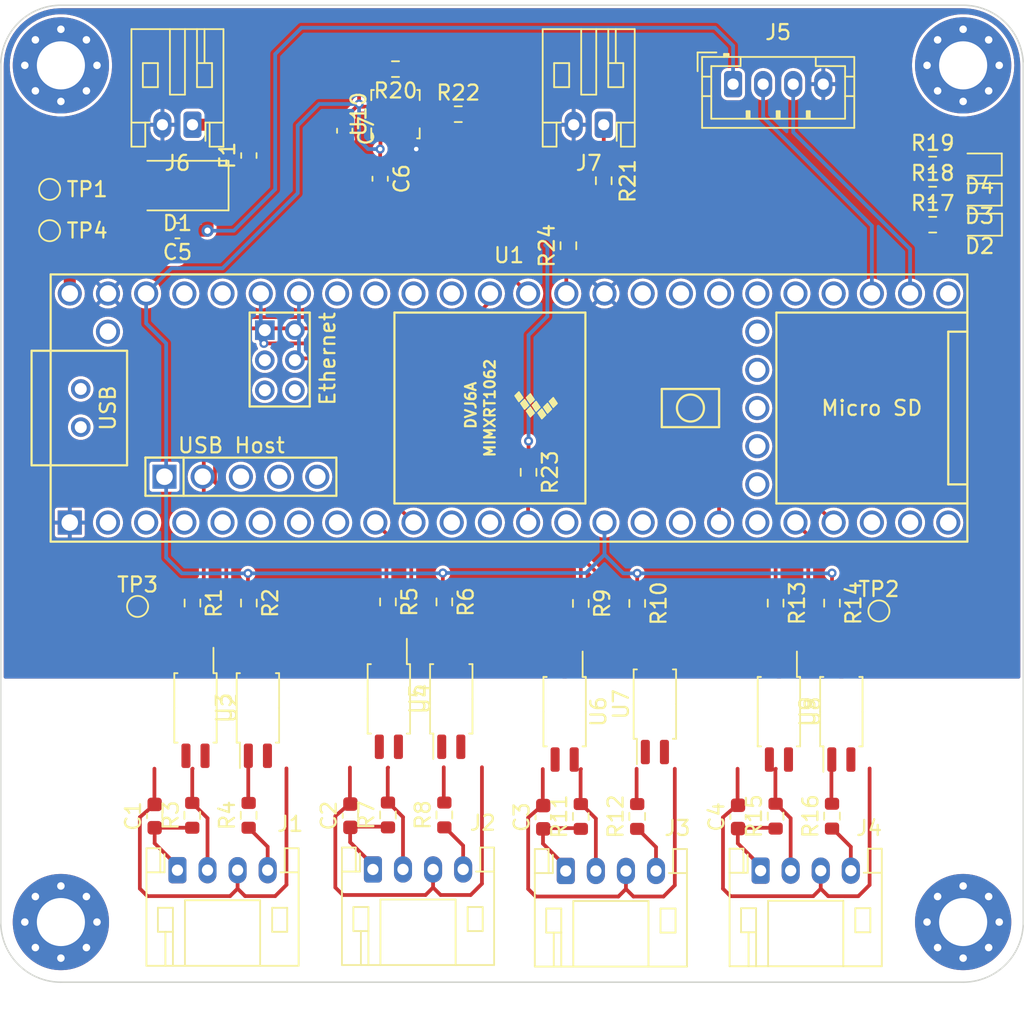
<source format=kicad_pcb>
(kicad_pcb (version 20211014) (generator pcbnew)
  (layers (0 "F.Cu" signal) (31 "B.Cu" signal) (34 "B.Paste" user) (35 "F.Paste" user) (36 "B.SilkS" user "B.Silkscreen") (37 "F.SilkS" user "F.Silkscreen") (38 "B.Mask" user) (39 "F.Mask" user) (44 "Edge.Cuts" user))
  (net 0 "")
  (net 1 "/ISO_UART1/VDD")
  (net 2 "/ISO_UART1/VSS")
  (net 3 "/ISO_UART2/VDD")
  (net 4 "/ISO_UART2/VSS")
  (net 5 "/ISO_UART3/VDD")
  (net 6 "/ISO_UART3/VSS")
  (net 7 "Net-(R1-Pad2)")
  (net 8 "+3V3")
  (net 9 "Net-(R4-Pad2)")
  (net 10 "Net-(R5-Pad2)")
  (net 11 "/ISO_UART1/ISO_TX")
  (net 12 "/ISO_UART1/ISO_RX")
  (net 13 "Net-(R8-Pad2)")
  (net 14 "Net-(R9-Pad2)")
  (net 15 "/ISO_UART2/ISO_TX")
  (net 16 "/ISO_UART2/ISO_RX")
  (net 17 "Net-(R12-Pad2)")
  (net 18 "Net-(R13-Pad2)")
  (net 19 "/ISO_UART3/ISO_TX")
  (net 20 "/ISO_UART3/ISO_RX")
  (net 21 "Net-(R16-Pad2)")
  (net 22 "GND")
  (net 48 "+5V")
  (net 49 "/ISO_UART4/VDD")
  (net 50 "/ISO_UART4/VSS")
  (net 51 "/ISO_UART4/ISO_TX")
  (net 52 "/ISO_UART4/ISO_RX")
  (net 53 "/SPI_SCK")
  (net 54 "/SPI_MOSI")
  (net 55 "/SPI_MISO")
  (net 56 "/EXT_SYNC")
  (net 57 "/UART8_TX")
  (net 58 "/UART8_RX")
  (net 59 "/W_VESC1_UART2_TX")
  (net 60 "/W_VESC1_UART2_RX")
  (net 61 "/W_VESC2_UART3_TX")
  (net 62 "/W_VESC2_UART3_RX")
  (net 63 "/D_VESC1_UART5_TX")
  (net 64 "/D_VESC1_UART5_RX")
  (net 65 "/D_VESC2_UART7_TX")
  (net 66 "/D_VESC2_UART7_RX")
  (net 73 "Net-(D2-Pad2)")
  (net 74 "Net-(D3-Pad2)")
  (net 75 "Net-(D4-Pad2)")
  (net 76 "Net-(F1-Pad2)")
  (net 80 "/SPI_~{CS}")
  (net 81 "Net-(J7-Pad1)")
  (net 82 "Net-(R22-Pad1)")
  (net 83 "Net-(R23-Pad2)")
  (net 84 "Net-(R24-Pad1)")
  (footprint "Capacitor_SMD:C_0603_1608Metric" (layer "F.Cu") (at 125.23 86.545 -90)
    (fp_text reference "C6")
    (fp_text value "100nF")
  )
  (footprint "Resistor_SMD:R_0603_1608Metric" (layer "F.Cu") (at 116.485 128.9 90)
    (fp_text reference "R4")
    (fp_text value "1k")
  )
  (footprint "Connector_JST:JST_PH_S4B-PH-K_1x04_P2.00mm_Horizontal" (layer "F.Cu") (at 150.53 132.58)
    (fp_text reference "J4")
    (fp_text value "Conn_01x04")
  )
  (footprint "Resistor_SMD:R_0603_1608Metric" (layer "F.Cu") (at 161.975 85.6)
    (fp_text reference "R19")
    (fp_text value "1k")
  )
  (footprint "Resistor_SMD:R_0603_1608Metric" (layer "F.Cu") (at 126.25 79.25 180)
    (fp_text reference "R20")
    (fp_text value "10k")
  )
  (footprint "Resistor_SMD:R_0603_1608Metric" (layer "F.Cu") (at 135.1 106.075 -90)
    (fp_text reference "R23")
    (fp_text value "100R")
  )
  (footprint "Resistor_SMD:R_0603_1608Metric" (layer "F.Cu") (at 129.5 128.875 90)
    (fp_text reference "R8")
    (fp_text value "1k")
  )
  (footprint "Resistor_SMD:R_0603_1608Metric" (layer "F.Cu") (at 161.975 87.6)
    (fp_text reference "R18")
    (fp_text value "1k")
  )
  (footprint "Resistor_SMD:R_0603_1608Metric" (layer "F.Cu") (at 129.5 114.7 -90)
    (fp_text reference "R6")
    (fp_text value "1k")
  )
  (footprint "Connector_JST:JST_PH_S4B-PH-K_1x04_P2.00mm_Horizontal" (layer "F.Cu") (at 137.575 132.6)
    (fp_text reference "J3")
    (fp_text value "Conn_01x04")
  )
  (footprint "Package_SO:SOP-4_4.4x2.6mm_P1.27mm" (layer "F.Cu") (at 151.75 122 -90)
    (fp_text reference "U8")
    (fp_text value "TCMT1100")
  )
  (footprint "Package_SO:SOP-4_4.4x2.6mm_P1.27mm" (layer "F.Cu") (at 125.81 121.15 -90)
    (fp_text reference "U4")
    (fp_text value "TCMT1100")
  )
  (footprint "Resistor_SMD:R_0603_1608Metric" (layer "F.Cu") (at 151.53 114.78 -90)
    (fp_text reference "R13")
    (fp_text value "1k")
  )
  (footprint "Connector_JST:JST_PH_S2B-PH-K_1x02_P2.00mm_Horizontal" (layer "F.Cu") (at 112.75 82.95 180)
    (fp_text reference "J6")
    (fp_text value "Conn_01x02")
  )
  (footprint "Fuse:Fuse_0603_1608Metric" (layer "F.Cu") (at 116.5 85 90)
    (fp_text reference "F1")
    (fp_text value "200mA")
  )
  (footprint "Connector_JST:JST_PH_B4B-PH-K_1x04_P2.00mm_Vertical" (layer "F.Cu") (at 148.7 80.25)
    (fp_text reference "J5")
    (fp_text value "Conn_01x04")
  )
  (footprint "Resistor_SMD:R_0603_1608Metric" (layer "F.Cu") (at 155.28 114.78 -90)
    (fp_text reference "R14")
    (fp_text value "1k")
  )
  (footprint "Package_SO:SOP-4_4.4x2.6mm_P1.27mm" (layer "F.Cu") (at 129.96 121.15 90)
    (fp_text reference "U5")
    (fp_text value "TCMT1100")
  )
  (footprint "Resistor_SMD:R_0603_1608Metric" (layer "F.Cu") (at 142.325 128.975 90)
    (fp_text reference "R12")
    (fp_text value "1k")
  )
  (footprint "Connector_JST:JST_PH_S2B-PH-K_1x02_P2.00mm_Horizontal" (layer "F.Cu") (at 140.1 82.95 180)
    (fp_text reference "J7")
    (fp_text value "Conn_01x02")
  )
  (footprint "Capacitor_SMD:C_0603_1608Metric" (layer "F.Cu") (at 123.25 128.925 90)
    (fp_text reference "C2")
    (fp_text value "100nF")
  )
  (footprint "teensy:Teensy41" (layer "F.Cu") (at 133.8 101.8)
    (fp_text reference "U1")
    (fp_text value "Teensy4.1")
  )
  (footprint "MountingHole:MountingHole_3.2mm_M3_Pad_Via" (layer "F.Cu") (at 164 136)
    (fp_text reference "H2" hide)
    (fp_text value "MountingHole" hide)
  )
  (footprint "TestPoint:TestPoint_Pad_D1.0mm" (layer "F.Cu") (at 109.1 115)
    (fp_text reference "TP3")
    (fp_text value "TestPoint")
  )
  (footprint "Resistor_SMD:R_0603_1608Metric" (layer "F.Cu") (at 130.425 82.25)
    (fp_text reference "R22")
    (fp_text value "100R")
  )
  (footprint "Diode_SMD:D_SMA" (layer "F.Cu") (at 111.75 87 180)
    (fp_text reference "D1")
    (fp_text value "SMAJ5.0AQ-13-F")
  )
  (footprint "Resistor_SMD:R_0603_1608Metric" (layer "F.Cu") (at 151.53 128.955 90)
    (fp_text reference "R15")
    (fp_text value "1k")
  )
  (footprint "Resistor_SMD:R_0603_1608Metric" (layer "F.Cu") (at 140.1 86.675 -90)
    (fp_text reference "R21")
    (fp_text value "100R")
  )
  (footprint "Capacitor_SMD:C_0603_1608Metric" (layer "F.Cu") (at 136.075 129.025 90)
    (fp_text reference "C3")
    (fp_text value "100nF")
  )
  (footprint "TestPoint:TestPoint_Pad_D1.0mm" (layer "F.Cu") (at 103.25 90 -90)
    (fp_text reference "TP4")
    (fp_text value "TestPoint")
  )
  (footprint "MountingHole:MountingHole_3.2mm_M3_Pad_Via" (layer "F.Cu") (at 164 79)
    (fp_text reference "H1" hide)
    (fp_text value "MountingHole" hide)
  )
  (footprint "Resistor_SMD:R_0603_1608Metric" (layer "F.Cu") (at 125.75 128.875 90)
    (fp_text reference "R7")
    (fp_text value "1k")
  )
  (footprint "TestPoint:TestPoint_Pad_D1.0mm" (layer "F.Cu") (at 158.4 115.3)
    (fp_text reference "TP2")
    (fp_text value "TestPoint")
  )
  (footprint "Package_SO:SOP-4_4.4x2.6mm_P1.27mm" (layer "F.Cu") (at 112.95 121.75 -90)
    (fp_text reference "U2")
    (fp_text value "TCMT1100")
  )
  (footprint "MountingHole:MountingHole_3.2mm_M3_Pad_Via" (layer "F.Cu") (at 104 136)
    (fp_text reference "H3" hide)
    (fp_text value "MountingHole" hide)
  )
  (footprint "Package_LGA:LGA-16_3x3mm_P0.5mm_LayoutBorder3x5y" (layer "F.Cu") (at 126.25 82.25 90)
    (fp_text reference "U10")
    (fp_text value "ADXL372")
  )
  (footprint "Resistor_SMD:R_0603_1608Metric" (layer "F.Cu") (at 125.75 114.7 -90)
    (fp_text reference "R5")
    (fp_text value "1k")
  )
  (footprint "TestPoint:TestPoint_Pad_D1.0mm" (layer "F.Cu") (at 103.25 87.25 -90)
    (fp_text reference "TP1")
    (fp_text value "TestPoint")
  )
  (footprint "Resistor_SMD:R_0603_1608Metric" (layer "F.Cu") (at 137.75 91 90)
    (fp_text reference "R24")
    (fp_text value "100R")
  )
  (footprint "Capacitor_SMD:C_0603_1608Metric" (layer "F.Cu") (at 149.03 129.005 90)
    (fp_text reference "C4")
    (fp_text value "100nF")
  )
  (footprint "Package_SO:SOP-4_4.4x2.6mm_P1.27mm" (layer "F.Cu") (at 143.5 121.5 90)
    (fp_text reference "U7")
    (fp_text value "TCMT1100")
  )
  (footprint "LED_SMD:LED_0603_1608Metric" (layer "F.Cu") (at 165.1 89.6 180)
    (fp_text reference "D2")
    (fp_text value "LED")
  )
  (footprint "Connector_JST:JST_PH_S4B-PH-K_1x04_P2.00mm_Horizontal" (layer "F.Cu") (at 124.75 132.5)
    (fp_text reference "J2")
    (fp_text value "Conn_01x04")
  )
  (footprint "MountingHole:MountingHole_3.2mm_M3_Pad_Via" (layer "F.Cu") (at 104 79)
    (fp_text reference "H4" hide)
    (fp_text value "MountingHole" hide)
  )
  (footprint "Resistor_SMD:R_0603_1608Metric" (layer "F.Cu") (at 155.28 128.955 90)
    (fp_text reference "R16")
    (fp_text value "1k")
  )
  (footprint "Resistor_SMD:R_0603_1608Metric" (layer "F.Cu") (at 116.5 114.775 -90)
    (fp_text reference "R2")
    (fp_text value "1k")
  )
  (footprint "Resistor_SMD:R_0603_1608Metric" (layer "F.Cu") (at 138.575 128.975 90)
    (fp_text reference "R11")
    (fp_text value "1k")
  )
  (footprint "Resistor_SMD:R_0603_1608Metric" (layer "F.Cu") (at 112.75 114.775 -90)
    (fp_text reference "R1")
    (fp_text value "1k")
  )
  (footprint "Resistor_SMD:R_0603_1608Metric" (layer "F.Cu") (at 142.325 114.8 -90)
    (fp_text reference "R10")
    (fp_text value "1k")
  )
  (footprint "Package_SO:SOP-4_4.4x2.6mm_P1.27mm" (layer "F.Cu") (at 117.1 121.75 90)
    (fp_text reference "U3")
    (fp_text value "TCMT1100")
  )
  (footprint "Capacitor_SMD:C_0603_1608Metric" (layer "F.Cu") (at 111.75 90 180)
    (fp_text reference "C5")
    (fp_text value "1uF")
  )
  (footprint "LED_SMD:LED_0603_1608Metric" (layer "F.Cu") (at 165.0875 87.6 180)
    (fp_text reference "D3")
    (fp_text value "LED")
  )
  (footprint "Package_SO:SOP-4_4.4x2.6mm_P1.27mm" (layer "F.Cu") (at 155.9 122 90)
    (fp_text reference "U9")
    (fp_text value "TCMT1100")
  )
  (footprint "Connector_JST:JST_PH_S4B-PH-K_1x04_P2.00mm_Horizontal" (layer "F.Cu") (at 111.75 132.55)
    (fp_text reference "J1")
    (fp_text value "Conn_01x04")
  )
  (footprint "Capacitor_SMD:C_0603_1608Metric" (layer "F.Cu") (at 122.875 83.35 -90)
    (fp_text reference "C7")
    (fp_text value "100nF")
  )
  (footprint "Resistor_SMD:R_0603_1608Metric" (layer "F.Cu") (at 138.575 114.8 -90)
    (fp_text reference "R9")
    (fp_text value "1k")
  )
  (footprint "Resistor_SMD:R_0603_1608Metric" (layer "F.Cu") (at 161.975 89.6)
    (fp_text reference "R17")
    (fp_text value "1k")
  )
  (footprint "Capacitor_SMD:C_0603_1608Metric" (layer "F.Cu") (at 110.235 128.95 90)
    (fp_text reference "C1")
    (fp_text value "100nF")
  )
  (footprint "Resistor_SMD:R_0603_1608Metric" (layer "F.Cu") (at 112.735 128.9 90)
    (fp_text reference "R3")
    (fp_text value "1k")
  )
  (footprint "Package_SO:SOP-4_4.4x2.6mm_P1.27mm" (layer "F.Cu") (at 137.5 122 -90)
    (fp_text reference "U6")
    (fp_text value "TCMT1100")
  )
  (footprint "LED_SMD:LED_0603_1608Metric" (layer "F.Cu") (at 165.0875 85.6 180)
    (fp_text reference "D4")
    (fp_text value "LED")
  )
  (gr_arc (start 168 136) (mid 166.828427 138.828427) (end 164 140) (layer "Edge.Cuts") (width 0.1))
  (gr_arc (start 100 79) (mid 101.171573 76.171573) (end 104 75) (layer "Edge.Cuts") (width 0.1))
  (gr_line (start 168 136) (end 168 79) (layer "Edge.Cuts") (width 0.1))
  (gr_arc (start 104 140) (mid 101.171573 138.828427) (end 100 136) (layer "Edge.Cuts") (width 0.1))
  (gr_line (start 104 140) (end 164 140) (layer "Edge.Cuts") (width 0.1))
  (gr_line (start 164 75) (end 104 75) (layer "Edge.Cuts") (width 0.1))
  (gr_arc (start 164 75) (mid 166.828427 76.171573) (end 168 79) (layer "Edge.Cuts") (width 0.1))
  (gr_line (start 100 79) (end 100 136) (layer "Edge.Cuts") (width 0.1))
  (segment (start 111.75 132.575) (end 111.75 132.275) (width 0.25) (layer "F.Cu") (net 1))
  (segment (start 110.235 129.725) (end 112.735 129.725) (width 0.25) (layer "F.Cu") (net 1))
  (segment (start 110.235 130.76) (end 110.235 129.725) (width 0.25) (layer "F.Cu") (net 1))
  (segment (start 111.75 132.275) (end 110.235 130.76) (width 0.25) (layer "F.Cu") (net 1))
  (segment (start 110.22 128.16) (end 110.235 128.175) (width 0.25) (layer "F.Cu") (net 2))
  (segment (start 110.22 125.795) (end 110.22 128.16) (width 0.25) (layer "F.Cu") (net 2))
  (segment (start 115.75 133.775) (end 115.25 134.275) (width 0.25) (layer "F.Cu") (net 2))
  (segment (start 109.25 133.775) (end 109.25 129.025) (width 0.25) (layer "F.Cu") (net 2))
  (segment (start 119 125.775) (end 119 133.525) (width 0.25) (layer "F.Cu") (net 2))
  (segment (start 109.75 134.275) (end 109.25 133.775) (width 0.25) (layer "F.Cu") (net 2))
  (segment (start 119 133.525) (end 118.25 134.275) (width 0.25) (layer "F.Cu") (net 2))
  (segment (start 115.25 134.275) (end 109.75 134.275) (width 0.25) (layer "F.Cu") (net 2))
  (segment (start 109.25 129.025) (end 110.235 128.175) (width 0.25) (layer "F.Cu") (net 2))
  (segment (start 118.25 134.275) (end 116.25 134.275) (width 0.25) (layer "F.Cu") (net 2))
  (segment (start 116.25 134.275) (end 115.75 133.775) (width 0.25) (layer "F.Cu") (net 2))
  (segment (start 115.75 133.775) (end 115.75 132.575) (width 0.25) (layer "F.Cu") (net 2))
  (segment (start 124.75 132.5) (end 124.75 132.2) (width 0.25) (layer "F.Cu") (net 3))
  (segment (start 123.235 129.65) (end 125.735 129.65) (width 0.25) (layer "F.Cu") (net 3))
  (segment (start 123.235 130.685) (end 123.235 129.65) (width 0.25) (layer "F.Cu") (net 3))
  (segment (start 124.75 132.2) (end 123.235 130.685) (width 0.25) (layer "F.Cu") (net 3))
  (segment (start 132 125.7) (end 132 133.45) (width 0.25) (layer "F.Cu") (net 4))
  (segment (start 128.25 134.2) (end 122.75 134.2) (width 0.25) (layer "F.Cu") (net 4))
  (segment (start 122.75 134.2) (end 122.25 133.7) (width 0.25) (layer "F.Cu") (net 4))
  (segment (start 128.75 133.7) (end 128.75 132.5) (width 0.25) (layer "F.Cu") (net 4))
  (segment (start 129.25 134.2) (end 128.75 133.7) (width 0.25) (layer "F.Cu") (net 4))
  (segment (start 132 133.45) (end 131.25 134.2) (width 0.25) (layer "F.Cu") (net 4))
  (segment (start 122.25 133.7) (end 122.25 128.95) (width 0.25) (layer "F.Cu") (net 4))
  (segment (start 123.22 128.085) (end 123.235 128.1) (width 0.25) (layer "F.Cu") (net 4))
  (segment (start 122.25 128.95) (end 123.235 128.1) (width 0.25) (layer "F.Cu") (net 4))
  (segment (start 128.75 133.7) (end 128.25 134.2) (width 0.25) (layer "F.Cu") (net 4))
  (segment (start 131.25 134.2) (end 129.25 134.2) (width 0.25) (layer "F.Cu") (net 4))
  (segment (start 123.22 125.72) (end 123.22 128.085) (width 0.25) (layer "F.Cu") (net 4))
  (segment (start 136.06 129.75) (end 138.56 129.75) (width 0.25) (layer "F.Cu") (net 5))
  (segment (start 137.575 132.6) (end 137.575 132.3) (width 0.25) (layer "F.Cu") (net 5))
  (segment (start 136.06 130.785) (end 136.06 129.75) (width 0.25) (layer "F.Cu") (net 5))
  (segment (start 137.575 132.3) (end 136.06 130.785) (width 0.25) (layer "F.Cu") (net 5))
  (segment (start 136.045 128.185) (end 136.06 128.2) (width 0.25) (layer "F.Cu") (net 6))
  (segment (start 141.075 134.3) (end 135.575 134.3) (width 0.25) (layer "F.Cu") (net 6))
  (segment (start 144.825 133.55) (end 144.075 134.3) (width 0.25) (layer "F.Cu") (net 6))
  (segment (start 144.825 125.8) (end 144.825 133.55) (width 0.25) (layer "F.Cu") (net 6))
  (segment (start 141.575 133.8) (end 141.575 132.6) (width 0.25) (layer "F.Cu") (net 6))
  (segment (start 136.045 125.82) (end 136.045 128.185) (width 0.25) (layer "F.Cu") (net 6))
  (segment (start 142.075 134.3) (end 141.575 133.8) (width 0.25) (layer "F.Cu") (net 6))
  (segment (start 135.075 133.8) (end 135.075 129.05) (width 0.25) (layer "F.Cu") (net 6))
  (segment (start 135.075 129.05) (end 136.06 128.2) (width 0.25) (layer "F.Cu") (net 6))
  (segment (start 144.075 134.3) (end 142.075 134.3) (width 0.25) (layer "F.Cu") (net 6))
  (segment (start 141.575 133.8) (end 141.075 134.3) (width 0.25) (layer "F.Cu") (net 6))
  (segment (start 135.575 134.3) (end 135.075 133.8) (width 0.25) (layer "F.Cu") (net 6))
  (segment (start 112.76 115.61) (end 112.76 118.175) (width 0.25) (layer "F.Cu") (net 7))
  (segment (start 112.75 115.6) (end 112.76 115.61) (width 0.25) (layer "F.Cu") (net 7))
  (segment (start 125.025 81.75) (end 124.01 81.75) (width 0.25) (layer "F.Cu") (net 8))
  (segment (start 125.25 84.55) (end 125.23 84.57) (width 0.25) (layer "F.Cu") (net 8))
  (segment (start 142.325 113.975) (end 142.325 112.8) (width 0.25) (layer "F.Cu") (net 8))
  (segment (start 155.28 113.955) (end 155.28 112.78) (width 0.25) (layer "F.Cu") (net 8))
  (segment (start 122.875 82.525) (end 123.83 81.57) (width 0.25) (layer "F.Cu") (net 8))
  (segment (start 125.425 79.25) (end 124.5 79.25) (width 0.25) (layer "F.Cu") (net 8))
  (segment (start 129.4 113.95) (end 129.4 112.775) (width 0.25) (layer "F.Cu") (net 8))
  (segment (start 123.83 79.92) (end 123.83 81.57) (width 0.25) (layer "F.Cu") (net 8))
  (segment (start 124.5 79.25) (end 123.83 79.92) (width 0.25) (layer "F.Cu") (net 8))
  (segment (start 124.01 81.75) (end 123.83 81.57) (width 0.25) (layer "F.Cu") (net 8))
  (segment (start 116.44 113.975) (end 116.44 112.8) (width 0.25) (layer "F.Cu") (net 8))
  (segment (start 122.875 82.575) (end 122.875 82.525) (width 0.25) (layer "F.Cu") (net 8))
  (segment (start 125.23 85.77) (end 125.23 84.57) (width 0.25) (layer "F.Cu") (net 8))
  (segment (start 125.25 83.475) (end 125.25 84.55) (width 0.25) (layer "F.Cu") (net 8))
  (via (at 123.83 81.57) (size 0.6) (drill 0.3) (layers "F.Cu" "B.Cu") (net 8))
  (via (at 125.23 84.57) (size 0.6) (drill 0.3) (layers "F.Cu" "B.Cu") (net 8))
  (via (at 155.28 112.78) (size 0.6) (drill 0.3) (layers "F.Cu" "B.Cu") (net 8))
  (via (at 129.4 112.775) (size 0.6) (drill 0.3) (layers "F.Cu" "B.Cu") (net 8))
  (via (at 116.44 112.8) (size 0.6) (drill 0.3) (layers "F.Cu" "B.Cu") (net 8))
  (via (at 142.325 112.8) (size 0.6) (drill 0.3) (layers "F.Cu" "B.Cu") (net 8))
  (segment (start 155.26 112.8) (end 155.28 112.78) (width 0.25) (layer "B.Cu") (net 8))
  (segment (start 141.4 112.8) (end 140.15 111.55) (width 0.25) (layer "B.Cu") (net 8))
  (segment (start 116.44 112.8) (end 112.05 112.8) (width 0.25) (layer "B.Cu") (net 8))
  (segment (start 119.75 87.5) (end 114.75 92.5) (width 0.25) (layer "B.Cu") (net 8))
  (segment (start 125.23 84.57) (end 124.43 84.57) (width 0.25) (layer "B.Cu") (net 8))
  (segment (start 138.925 112.775) (end 140.15 111.55) (width 0.25) (layer "B.Cu") (net 8))
  (segment (start 140.15 111.55) (end 140.15 109.42) (width 0.25) (layer "B.Cu") (net 8))
  (segment (start 142.325 112.8) (end 155.26 112.8) (width 0.25) (layer "B.Cu") (net 8))
  (segment (start 123.83 83.97) (end 124.43 84.57) (width 0.25) (layer "B.Cu") (net 8))
  (segment (start 111 97.5) (end 109.67 96.17) (width 0.25) (layer "B.Cu") (net 8))
  (segment (start 114.75 92.5) (end 111.35 92.5) (width 0.25) (layer "B.Cu") (net 8))
  (segment (start 111.35 92.5) (end 109.67 94.18) (width 0.25) (layer "B.Cu") (net 8))
  (segment (start 112.05 112.8) (end 111 111.75) (width 0.25) (layer "B.Cu") (net 8))
  (segment (start 129.4 112.775) (end 138.925 112.775) (width 0.25) (layer "B.Cu") (net 8))
  (segment (start 109.67 96.17) (end 109.67 94.18) (width 0.25) (layer "B.Cu") (net 8))
  (segment (start 142.325 112.8) (end 141.4 112.8) (width 0.25) (layer "B.Cu") (net 8))
  (segment (start 119.75 83) (end 119.75 87.5) (width 0.25) (layer "B.Cu") (net 8))
  (segment (start 121.18 81.57) (end 119.75 83) (width 0.25) (layer "B.Cu") (net 8))
  (segment (start 123.83 81.57) (end 123.83 83.97) (width 0.25) (layer "B.Cu") (net 8))
  (segment (start 123.83 81.57) (end 121.18 81.57) (width 0.25) (layer "B.Cu") (net 8))
  (segment (start 111 111.75) (end 111 97.5) (width 0.25) (layer "B.Cu") (net 8))
  (segment (start 116.44 112.8) (end 129.375 112.8) (width 0.25) (layer "B.Cu") (net 8))
  (segment (start 129.375 112.8) (end 129.4 112.775) (width 0.25) (layer "B.Cu") (net 8))
  (segment (start 116.46 125.775) (end 116.46 128.05) (width 0.25) (layer "F.Cu") (net 9))
  (segment (start 116.46 128.05) (end 116.485 128.075) (width 0.25) (layer "F.Cu") (net 9))
  (segment (start 125.775 115.55) (end 125.75 115.525) (width 0.25) (layer "F.Cu") (net 10))
  (segment (start 125.775 118.15) (end 125.775 115.55) (width 0.25) (layer "F.Cu") (net 10))
  (segment (start 113.75 129.09) (end 112.735 128.075) (width 0.25) (layer "F.Cu") (net 11))
  (segment (start 112.735 128.075) (end 112.735 125.82) (width 0.25) (layer "F.Cu") (net 11))
  (segment (start 112.735 125.82) (end 112.76 125.795) (width 0.25) (layer "F.Cu") (net 11))
  (segment (start 113.75 132.575) (end 113.75 129.09) (width 0.25) (layer "F.Cu") (net 11))
  (segment (start 117.75 132.575) (end 117.75 130.99) (width 0.25) (layer "F.Cu") (net 12))
  (segment (start 117.75 130.99) (end 116.485 129.725) (width 0.25) (layer "F.Cu") (net 12))
  (segment (start 129.46 125.7) (end 129.46 127.975) (width 0.25) (layer "F.Cu") (net 13))
  (segment (start 129.46 127.975) (end 129.485 128) (width 0.25) (layer "F.Cu") (net 13))
  (segment (start 138.6 115.65) (end 138.575 115.625) (width 0.25) (layer "F.Cu") (net 14))
  (segment (start 138.6 118.25) (end 138.6 115.65) (width 0.25) (layer "F.Cu") (net 14))
  (segment (start 126.75 132.5) (end 126.75 129.015) (width 0.25) (layer "F.Cu") (net 15))
  (segment (start 126.75 129.015) (end 125.735 128) (width 0.25) (layer "F.Cu") (net 15))
  (segment (start 125.735 128) (end 125.735 125.745) (width 0.25) (layer "F.Cu") (net 15))
  (segment (start 125.735 125.745) (end 125.76 125.72) (width 0.25) (layer "F.Cu") (net 15))
  (segment (start 130.75 132.5) (end 130.75 130.915) (width 0.25) (layer "F.Cu") (net 16))
  (segment (start 130.75 130.915) (end 129.485 129.65) (width 0.25) (layer "F.Cu") (net 16))
  (segment (start 142.285 125.8) (end 142.285 128.075) (width 0.25) (layer "F.Cu") (net 17))
  (segment (start 142.285 128.075) (end 142.31 128.1) (width 0.25) (layer "F.Cu") (net 17))
  (segment (start 151.53 118.23) (end 151.53 115.605) (width 0.25) (layer "F.Cu") (net 18))
  (segment (start 139.575 129.115) (end 138.56 128.1) (width 0.25) (layer "F.Cu") (net 19))
  (segment (start 138.56 128.1) (end 138.56 125.845) (width 0.25) (layer "F.Cu") (net 19))
  (segment (start 138.56 125.845) (end 138.585 125.82) (width 0.25) (layer "F.Cu") (net 19))
  (segment (start 139.575 132.6) (end 139.575 129.115) (width 0.25) (layer "F.Cu") (net 19))
  (segment (start 143.575 131.015) (end 142.31 129.75) (width 0.25) (layer "F.Cu") (net 20))
  (segment (start 143.575 132.6) (end 143.575 131.015) (width 0.25) (layer "F.Cu") (net 20))
  (segment (start 155.24 125.78) (end 155.24 128.055) (width 0.25) (layer "F.Cu") (net 21))
  (segment (start 155.24 128.055) (end 155.265 128.08) (width 0.25) (layer "F.Cu") (net 21))
  (via (at 127.63 84.57) (size 0.6) (drill 0.3) (layers "F.Cu" "B.Cu") (net 22))
  (segment (start 103.25 90) (end 103.25 91.57) (width 0.25) (layer "F.Cu") (net 48))
  (segment (start 105.75 91.75) (end 104.59 92.91) (width 0.8) (layer "F.Cu") (net 48))
  (segment (start 113.75 87) (end 116 87) (width 0.8) (layer "F.Cu") (net 48))
  (segment (start 116.5 86.5) (end 116.5 85.7875) (width 0.8) (layer "F.Cu") (net 48))
  (segment (start 111.75 91.75) (end 105.75 91.75) (width 0.8) (layer "F.Cu") (net 48))
  (segment (start 113.75 88.775) (end 113.75 90) (width 0.8) (layer "F.Cu") (net 48))
  (segment (start 116 87) (end 116.5 86.5) (width 0.8) (layer "F.Cu") (net 48))
  (segment (start 112.525 90) (end 112.525 90.975) (width 0.8) (layer "F.Cu") (net 48))
  (segment (start 103.25 91.57) (end 104.59 92.91) (width 0.25) (layer "F.Cu") (net 48))
  (segment (start 104.59 92.91) (end 104.59 94.18) (width 0.8) (layer "F.Cu") (net 48))
  (segment (start 112.525 90) (end 113.75 90) (width 0.8) (layer "F.Cu") (net 48))
  (segment (start 112.525 90.975) (end 111.75 91.75) (width 0.8) (layer "F.Cu") (net 48))
  (segment (start 113.75 87) (end 113.75 88.775) (width 0.8) (layer "F.Cu") (net 48))
  (via (at 113.75 90) (size 0.8) (drill 0.4) (layers "F.Cu" "B.Cu") (net 48))
  (via (at 113.75 90) (size 0.8) (drill 0.4) (layers "F.Cu" "B.Cu") (net 48))
  (segment (start 147.5 76.5) (end 120 76.5) (width 0.25) (layer "B.Cu") (net 48))
  (segment (start 118.25 87.25) (end 115.5 90) (width 0.25) (layer "B.Cu") (net 48))
  (segment (start 120 76.5) (end 118.25 78.25) (width 0.25) (layer "B.Cu") (net 48))
  (segment (start 115.5 90) (end 113.75 90) (width 0.25) (layer "B.Cu") (net 48))
  (segment (start 148.7 80.25) (end 148.7 77.7) (width 0.25) (layer "B.Cu") (net 48))
  (segment (start 148.7 77.7) (end 147.5 76.5) (width 0.25) (layer "B.Cu") (net 48))
  (segment (start 118.25 78.25) (end 118.25 87.25) (width 0.25) (layer "B.Cu") (net 48))
  (segment (start 150.53 132.28) (end 149.015 130.765) (width 0.25) (layer "F.Cu") (net 49))
  (segment (start 150.53 132.58) (end 150.53 132.28) (width 0.25) (layer "F.Cu") (net 49))
  (segment (start 149.015 130.765) (end 149.015 129.73) (width 0.25) (layer "F.Cu") (net 49))
  (segment (start 149.015 129.73) (end 151.515 129.73) (width 0.25) (layer "F.Cu") (net 49))
  (segment (start 154.03 134.28) (end 148.53 134.28) (width 0.25) (layer "F.Cu") (net 50))
  (segment (start 154.53 133.78) (end 154.03 134.28) (width 0.25) (layer "F.Cu") (net 50))
  (segment (start 157.03 134.28) (end 155.03 134.28) (width 0.25) (layer "F.Cu") (net 50))
  (segment (start 157.78 125.78) (end 157.78 133.53) (width 0.25) (layer "F.Cu") (net 50))
  (segment (start 154.53 133.78) (end 154.53 132.58) (width 0.25) (layer "F.Cu") (net 50))
  (segment (start 155.03 134.28) (end 154.53 133.78) (width 0.25) (layer "F.Cu") (net 50))
  (segment (start 149 128.165) (end 149.015 128.18) (width 0.25) (layer "F.Cu") (net 50))
  (segment (start 148.03 133.78) (end 148.03 129.03) (width 0.25) (layer "F.Cu") (net 50))
  (segment (start 157.78 133.53) (end 157.03 134.28) (width 0.25) (layer "F.Cu") (net 50))
  (segment (start 148.03 129.03) (end 149.015 128.18) (width 0.25) (layer "F.Cu") (net 50))
  (segment (start 149 125.8) (end 149 128.165) (width 0.25) (layer "F.Cu") (net 50))
  (segment (start 148.53 134.28) (end 148.03 133.78) (width 0.25) (layer "F.Cu") (net 50))
  (segment (start 151.515 128.08) (end 151.515 125.825) (width 0.25) (layer "F.Cu") (net 51))
  (segment (start 152.53 129.095) (end 151.515 128.08) (width 0.25) (layer "F.Cu") (net 51))
  (segment (start 152.53 132.58) (end 152.53 129.095) (width 0.25) (layer "F.Cu") (net 51))
  (segment (start 151.515 125.825) (end 151.54 125.8) (width 0.25) (layer "F.Cu") (net 51))
  (segment (start 156.53 130.995) (end 155.265 129.73) (width 0.25) (layer "F.Cu") (net 52))
  (segment (start 156.53 132.58) (end 156.53 130.995) (width 0.25) (layer "F.Cu") (net 52))
  (segment (start 126.75 85.09) (end 127.43 85.77) (width 0.25) (layer "F.Cu") (net 53))
  (segment (start 127.43 85.77) (end 129.43 85.77) (width 0.25) (layer "F.Cu") (net 53))
  (segment (start 126.75 83.475) (end 126.75 85.09) (width 0.25) (layer "F.Cu") (net 53))
  (segment (start 127.475 82.75) (end 128.75 82.75) (width 0.25) (layer "F.Cu") (net 54))
  (segment (start 129.25 83.25) (end 131.75 83.25) (width 0.25) (layer "F.Cu") (net 54))
  (segment (start 128.75 82.75) (end 129.25 83.25) (width 0.25) (layer "F.Cu") (net 54))
  (segment (start 135.1 105.25) (end 135.1 104) (width 0.25) (layer "F.Cu") (net 54))
  (via (at 135.1 104) (size 0.6) (drill 0.3) (layers "F.Cu" "B.Cu") (net 54))
  (segment (start 136.35 91.1) (end 136.2 90.95) (width 0.25) (layer "B.Cu") (net 54))
  (segment (start 136.35 95.7) (end 136.35 91.1) (width 0.25) (layer "B.Cu") (net 54))
  (segment (start 135.1 96.95) (end 136.35 95.7) (width 0.25) (layer "B.Cu") (net 54))
  (segment (start 135.1 104) (end 135.1 96.95) (width 0.25) (layer "B.Cu") (net 54))
  (segment (start 137.61 109.42) (end 137.61 109.49) (width 0.25) (layer "F.Cu") (net 55))
  (segment (start 131.25 82.25) (end 132 82.25) (width 0.25) (layer "F.Cu") (net 55))
  (segment (start 147.77 97.17) (end 147.77 109.42) (width 0.25) (layer "F.Cu") (net 56))
  (segment (start 146.5 95.9) (end 147.77 97.17) (width 0.25) (layer "F.Cu") (net 56))
  (segment (start 140.1 87.5) (end 141.9 87.5) (width 0.25) (layer "F.Cu") (net 56))
  (segment (start 146.5 92.1) (end 146.5 95.9) (width 0.25) (layer "F.Cu") (net 56))
  (segment (start 141.9 87.5) (end 146.5 92.1) (width 0.25) (layer "F.Cu") (net 56))
  (segment (start 150.7 80.25) (end 150.7 82.45) (width 0.25) (layer "B.Cu") (net 57))
  (segment (start 157.93 89.68) (end 157.93 94.18) (width 0.25) (layer "B.Cu") (net 57))
  (segment (start 150.7 82.45) (end 157.93 89.68) (width 0.25) (layer "B.Cu") (net 57))
  (segment (start 152.7 83.45) (end 152.7 80.25) (width 0.25) (layer "B.Cu") (net 58))
  (segment (start 160.47 91.22) (end 152.7 83.45) (width 0.25) (layer "B.Cu") (net 58))
  (segment (start 160.47 94.18) (end 160.47 91.22) (width 0.25) (layer "B.Cu") (net 58))
  (segment (start 124.3 107.8) (end 125.83 107.8) (width 0.25) (layer "F.Cu") (net 59))
  (segment (start 125.65 112.35) (end 123.6 110.3) (width 0.25) (layer "F.Cu") (net 59))
  (segment (start 125.65 113.95) (end 125.65 112.35) (width 0.25) (layer "F.Cu") (net 59))
  (segment (start 123.6 110.3) (end 123.6 108.5) (width 0.25) (layer "F.Cu") (net 59))
  (segment (start 123.6 108.5) (end 124.3 107.8) (width 0.25) (layer "F.Cu") (net 59))
  (segment (start 125.83 107.8) (end 127.45 109.42) (width 0.25) (layer "F.Cu") (net 59))
  (segment (start 129.5 118.08) (end 129.5 115.525) (width 0.25) (layer "F.Cu") (net 60))
  (segment (start 127.3 113.5) (end 127.3 111.81) (width 0.25) (layer "F.Cu") (net 60))
  (segment (start 127.3 111.81) (end 124.91 109.42) (width 0.25) (layer "F.Cu") (net 60))
  (segment (start 129.4 115.6) (end 127.3 113.5) (width 0.25) (layer "F.Cu") (net 60))
  (segment (start 132 92.75) (end 131.25 93.5) (width 0.25) (layer "F.Cu") (net 62))
  (segment (start 130.5 95.75) (end 114.5 95.75) (width 0.25) (layer "F.Cu") (net 62))
  (segment (start 129.25 100.75) (end 126 97.5) (width 0.25) (layer "F.Cu") (net 62))
  (segment (start 115 114.185) (end 115 111.25) (width 0.25) (layer "F.Cu") (net 62))
  (segment (start 116 110.25) (end 116 108.5) (width 0.25) (layer "F.Cu") (net 62))
  (segment (start 114.25 106.75) (end 114.25 97.25) (width 0.25) (layer "F.Cu") (net 62))
  (segment (start 142.325 115.439282) (end 138.135718 111.25) (width 0.25) (layer "F.Cu") (net 62))
  (segment (start 142.325 115.625) (end 142.325 115.439282) (width 0.25) (layer "F.Cu") (net 62))
  (segment (start 133.64 92.75) (end 132 92.75) (width 0.25) (layer "F.Cu") (net 62))
  (segment (start 130.75 96.5) (end 132.53 94.72) (width 0.25) (layer "F.Cu") (net 62))
  (segment (start 131.25 110.5) (end 131.25 108.75) (width 0.25) (layer "F.Cu") (net 62))
  (segment (start 131.25 108.75) (end 129.25 106.75) (width 0.25) (layer "F.Cu") (net 62))
  (segment (start 116.46 115.64) (end 116.5 115.6) (width 0.25) (layer "F.Cu") (net 62))
  (segment (start 114.5 95.75) (end 113.5 96.75) (width 0.25) (layer "F.Cu") (net 62))
  (segment (start 114.25 97.25) (end 115 96.5) (width 0.25) (layer "F.Cu") (net 62))
  (segment (start 132.53 94.72) (end 132.53 94.18) (width 0.25) (layer "F.Cu") (net 62))
  (segment (start 129.25 106.75) (end 129.25 100.75) (width 0.25) (layer "F.Cu") (net 62))
  (segment (start 135.07 94.18) (end 133.64 92.75) (width 0.25) (layer "F.Cu") (net 62))
  (segment (start 126 97.5) (end 117.5 97.5) (width 0.25) (layer "F.Cu") (net 62))
  (segment (start 132 111.25) (end 131.25 110.5) (width 0.25) (layer "F.Cu") (net 62))
  (segment (start 131.25 95) (end 130.5 95.75) (width 0.25) (layer "F.Cu") (net 62))
  (segment (start 113.5 96.75) (end 113.5 113.165) (width 0.25) (layer "F.Cu") (net 62))
  (segment (start 116 108.5) (end 114.25 106.75) (width 0.25) (layer "F.Cu") (net 62))
  (segment (start 113.5 113.165) (end 112.69 113.975) (width 0.25) (layer "F.Cu") (net 62))
  (segment (start 142.325 118.18) (end 142.325 115.625) (width 0.25) (layer "F.Cu") (net 62))
  (segment (start 115 111.25) (end 116 110.25) (width 0.25) (layer "F.Cu") (net 62))
  (segment (start 115 96.5) (end 130.75 96.5) (width 0.25) (layer "F.Cu") (net 62))
  (segment (start 131.25 93.5) (end 131.25 95) (width 0.25) (layer "F.Cu") (net 62))
  (segment (start 138.135718 111.25) (end 132 111.25) (width 0.25) (layer "F.Cu") (net 62))
  (segment (start 116.44 115.625) (end 115 114.185) (width 0.25) (layer "F.Cu") (net 62))
  (segment (start 116.46 118.155) (end 116.46 115.64) (width 0.25) (layer "F.Cu") (net 62))
  (via (at 117.5 97.5) (size 0.6) (drill 0.3) (layers "F.Cu" "B.Cu") (net 62))
  (segment (start 117.29 97.29) (end 117.5 97.5) (width 0.25) (layer "B.Cu") (net 62))
  (segment (start 117.29 94.18) (end 117.29 97.29) (width 0.25) (layer "B.Cu") (net 62))
  (segment (start 130.5 111.75) (end 138 111.75) (width 0.25) (layer "F.Cu") (net 63))
  (segment (start 138.575 112.325) (end 138.575 113.975) (width 0.25) (layer "F.Cu") (net 63))
  (segment (start 128.75 110) (end 130.5 111.75) (width 0.25) (layer "F.Cu") (net 63))
  (segment (start 119.75 98.5) (end 126 98.5) (width 0.25) (layer "F.Cu") (net 63))
  (segment (start 128.75 101.25) (end 128.75 110) (width 0.25) (layer "F.Cu") (net 63))
  (segment (start 126 98.5) (end 128.75 101.25) (width 0.25) (layer "F.Cu") (net 63))
  (segment (start 138 111.75) (end 138.575 112.325) (width 0.25) (layer "F.Cu") (net 63))
  (via (at 119.75 98.5) (size 0.6) (drill 0.3) (layers "F.Cu" "B.Cu") (net 63))
  (segment (start 119.83 98.42) (end 119.75 98.5) (width 0.25) (layer "B.Cu") (net 63))
  (segment (start 119.83 94.18) (end 119.83 98.42) (width 0.25) (layer "B.Cu") (net 63))
  (segment (start 151.53 108.67) (end 151.53 113.955) (width 0.25) (layer "F.Cu") (net 65))
  (segment (start 154.07 108.1) (end 152.1 108.1) (width 0.25) (layer "F.Cu") (net 65))
  (segment (start 155.39 109.42) (end 154.07 108.1) (width 0.25) (layer "F.Cu") (net 65))
  (segment (start 152.1 108.1) (end 151.53 108.67) (width 0.25) (layer "F.Cu") (net 65))
  (segment (start 153.7 110.27) (end 152.85 109.42) (width 0.25) (layer "F.Cu") (net 66))
  (segment (start 153.7 114.025) (end 153.7 110.27) (width 0.25) (layer "F.Cu") (net 66))
  (segment (start 155.24 118.16) (end 155.24 115.645) (width 0.25) (layer "F.Cu") (net 66))
  (segment (start 155.24 115.645) (end 155.28 115.605) (width 0.25) (layer "F.Cu") (net 66))
  (segment (start 155.28 115.605) (end 153.7 114.025) (width 0.25) (layer "F.Cu") (net 66))
  (segment (start 164.3125 89.6) (end 162.8 89.6) (width 0.25) (layer "F.Cu") (net 73))
  (segment (start 162.8 87.6) (end 164.3 87.6) (width 0.25) (layer "F.Cu") (net 74))
  (segment (start 162.8 85.6) (end 164.3 85.6) (width 0.25) (layer "F.Cu") (net 75))
  (segment (start 112.75 82.95) (end 115.95 82.95) (width 0.8) (layer "F.Cu") (net 76))
  (segment (start 116.5 83.5) (end 116.5 84.2125) (width 0.8) (layer "F.Cu") (net 76))
  (segment (start 115.95 82.95) (end 116.5 83.5) (width 0.8) (layer "F.Cu") (net 76))
  (segment (start 128.25 79.25) (end 128.5 79.5) (width 0.25) (layer "F.Cu") (net 80))
  (segment (start 127.075 79.25) (end 128.25 79.25) (width 0.25) (layer "F.Cu") (net 80))
  (segment (start 128.5 81.25) (end 128.5 81.75) (width 0.25) (layer "F.Cu") (net 80))
  (segment (start 128.5 79.5) (end 128.5 81.25) (width 0.25) (layer "F.Cu") (net 80))
  (segment (start 128.5 81.25) (end 132 81.25) (width 0.25) (layer "F.Cu") (net 80))
  (segment (start 127.475 81.75) (end 128.5 81.75) (width 0.25) (layer "F.Cu") (net 80))
  (segment (start 140.1 85.85) (end 140.1 82.95) (width 0.25) (layer "F.Cu") (net 81))
  (segment (start 127.475 82.25) (end 129.55 82.25) (width 0.25) (layer "F.Cu") (net 82))
  (segment (start 135.1 106.9) (end 135.07 106.93) (width 0.25) (layer "F.Cu") (net 83))
  (segment (start 135.07 106.93) (end 135.07 109.42) (width 0.25) (layer "F.Cu") (net 83))
  (segment (start 137.61 91.965) (end 137.75 91.825) (width 0.25) (layer "F.Cu") (net 84))
  (segment (start 137.61 94.18) (end 137.61 91.965) (width 0.25) (layer "F.Cu") (net 84))
  (zone (net 22) (net_name "GND") (layers F&B.Cu) (priority 5) (connect_pads (clearance 0.2)) (min_thickness 0.2) (fill yes (thermal_gap 0.2) (thermal_bridge_width 0.25))
    (polygon (pts (xy 168 119.8) (xy 100 119.8) (xy 100 75) (xy 168 75)))
  )
)
</source>
